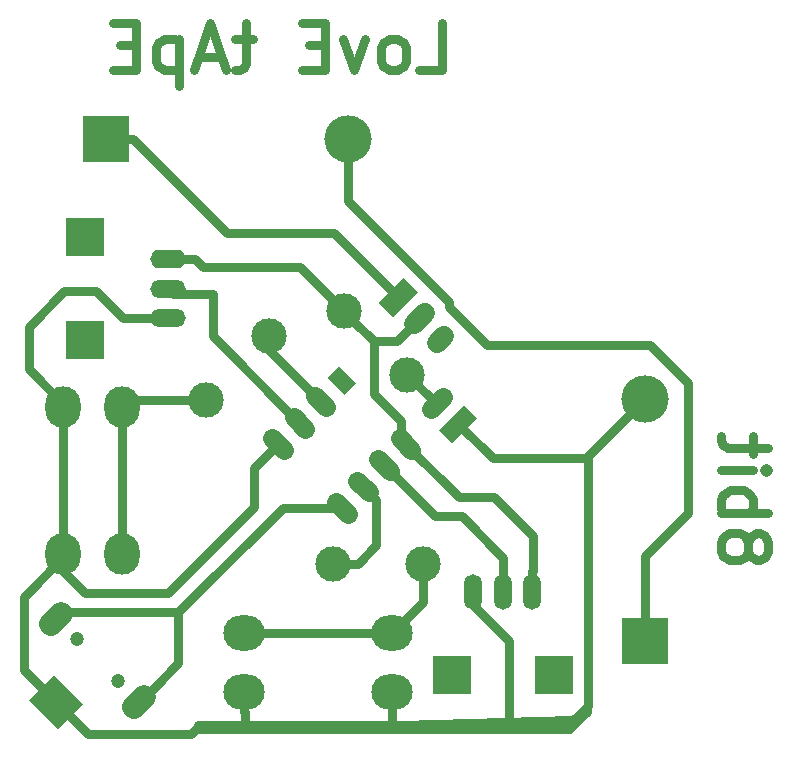
<source format=gbr>
G04 #@! TF.FileFunction,Copper,L2,Bot,Signal*
%FSLAX46Y46*%
G04 Gerber Fmt 4.6, Leading zero omitted, Abs format (unit mm)*
G04 Created by KiCad (PCBNEW 4.0.7+dfsg1-1) date Wed Feb 21 11:45:41 2018*
%MOMM*%
%LPD*%
G01*
G04 APERTURE LIST*
%ADD10C,1.000000*%
%ADD11C,0.800000*%
%ADD12C,3.000000*%
%ADD13C,1.600000*%
%ADD14C,2.000000*%
%ADD15C,1.200000*%
%ADD16C,4.000000*%
%ADD17R,4.000000X4.000000*%
%ADD18C,1.700000*%
%ADD19O,3.000000X3.500000*%
%ADD20O,3.500000X3.000000*%
%ADD21O,3.000000X1.524000*%
%ADD22O,3.000000X1.600000*%
%ADD23R,3.300000X3.300000*%
%ADD24O,1.524000X3.000000*%
%ADD25C,0.254000*%
G04 APERTURE END LIST*
D10*
D11*
X34404762Y56800476D02*
X36309524Y56800476D01*
X36309524Y60800476D01*
X32500000Y56800476D02*
X32880953Y56990952D01*
X33071429Y57181429D01*
X33261905Y57562381D01*
X33261905Y58705238D01*
X33071429Y59086190D01*
X32880953Y59276667D01*
X32500000Y59467143D01*
X31928572Y59467143D01*
X31547620Y59276667D01*
X31357143Y59086190D01*
X31166667Y58705238D01*
X31166667Y57562381D01*
X31357143Y57181429D01*
X31547620Y56990952D01*
X31928572Y56800476D01*
X32500000Y56800476D01*
X29833333Y59467143D02*
X28880952Y56800476D01*
X27928572Y59467143D01*
X26404762Y58895714D02*
X25071429Y58895714D01*
X24500000Y56800476D02*
X26404762Y56800476D01*
X26404762Y60800476D01*
X24500000Y60800476D01*
X20309524Y59467143D02*
X18785714Y59467143D01*
X19738095Y60800476D02*
X19738095Y57371905D01*
X19547619Y56990952D01*
X19166666Y56800476D01*
X18785714Y56800476D01*
X17642857Y57943333D02*
X15738095Y57943333D01*
X18023810Y56800476D02*
X16690476Y60800476D01*
X15357143Y56800476D01*
X14023810Y59467143D02*
X14023810Y55467143D01*
X14023810Y59276667D02*
X13642858Y59467143D01*
X12880953Y59467143D01*
X12500001Y59276667D01*
X12309524Y59086190D01*
X12119048Y58705238D01*
X12119048Y57562381D01*
X12309524Y57181429D01*
X12500001Y56990952D01*
X12880953Y56800476D01*
X13642858Y56800476D01*
X14023810Y56990952D01*
X10404762Y58895714D02*
X9071429Y58895714D01*
X8500000Y56800476D02*
X10404762Y56800476D01*
X10404762Y60800476D01*
X8500000Y60800476D01*
X62236190Y16084286D02*
X62426667Y15703333D01*
X62617143Y15512857D01*
X62998095Y15322381D01*
X63188571Y15322381D01*
X63569524Y15512857D01*
X63760000Y15703333D01*
X63950476Y16084286D01*
X63950476Y16846190D01*
X63760000Y17227143D01*
X63569524Y17417619D01*
X63188571Y17608095D01*
X62998095Y17608095D01*
X62617143Y17417619D01*
X62426667Y17227143D01*
X62236190Y16846190D01*
X62236190Y16084286D01*
X62045714Y15703333D01*
X61855238Y15512857D01*
X61474286Y15322381D01*
X60712381Y15322381D01*
X60331429Y15512857D01*
X60140952Y15703333D01*
X59950476Y16084286D01*
X59950476Y16846190D01*
X60140952Y17227143D01*
X60331429Y17417619D01*
X60712381Y17608095D01*
X61474286Y17608095D01*
X61855238Y17417619D01*
X62045714Y17227143D01*
X62236190Y16846190D01*
X59950476Y19322381D02*
X63950476Y19322381D01*
X62426667Y19322381D02*
X62617143Y19703333D01*
X62617143Y20465238D01*
X62426667Y20846190D01*
X62236190Y21036667D01*
X61855238Y21227143D01*
X60712381Y21227143D01*
X60331429Y21036667D01*
X60140952Y20846190D01*
X59950476Y20465238D01*
X59950476Y19703333D01*
X60140952Y19322381D01*
X59950476Y22941429D02*
X62617143Y22941429D01*
X63950476Y22941429D02*
X63760000Y22750953D01*
X63569524Y22941429D01*
X63760000Y23131905D01*
X63950476Y22941429D01*
X63569524Y22941429D01*
X62617143Y24274762D02*
X62617143Y25798572D01*
X63950476Y24846191D02*
X60521905Y24846191D01*
X60140952Y25036667D01*
X59950476Y25417620D01*
X59950476Y25798572D01*
D12*
X21708154Y34288154D03*
X16320000Y28900000D03*
D10*
G36*
X26642625Y30745990D02*
X27632575Y31735940D01*
X29046789Y30321726D01*
X28056839Y29331776D01*
X26642625Y30745990D01*
X26642625Y30745990D01*
G37*
D13*
X27349732Y20252526D02*
X28339682Y19262576D01*
X25553681Y29232782D02*
X26543631Y28242832D01*
X29145783Y22048577D02*
X30135733Y21058627D01*
X23757630Y27436731D02*
X24747580Y26446781D01*
X30941834Y23844628D02*
X31931784Y22854678D01*
X21961578Y25640679D02*
X22951528Y24650729D01*
X32737886Y25640679D02*
X33727836Y24650729D01*
D10*
G36*
X5920154Y3122157D02*
X3798834Y1000837D01*
X1323960Y3475711D01*
X3445280Y5597031D01*
X5920154Y3122157D01*
X5920154Y3122157D01*
G37*
D14*
X3202035Y9949980D02*
X4050563Y10798508D01*
X10273103Y2878912D02*
X11121631Y3727440D01*
D15*
X5394066Y8606477D03*
X8929600Y5070943D03*
D12*
X27100000Y15030000D03*
X34720000Y15030000D03*
X33402566Y31014691D03*
X28014412Y36402845D03*
D10*
G36*
X39328121Y27337736D02*
X37206800Y25216415D01*
X36075429Y26347786D01*
X38196750Y28469107D01*
X39328121Y27337736D01*
X39328121Y27337736D01*
G37*
D13*
X35410749Y28143837D02*
X36400699Y29133787D01*
D16*
X28370000Y50940000D03*
D17*
X7880000Y50940000D03*
D16*
X53510000Y28990000D03*
D17*
X53510000Y8500000D03*
D10*
G36*
X32148279Y35910401D02*
X30946197Y37112483D01*
X33067517Y39233803D01*
X34269599Y38031721D01*
X32148279Y35910401D01*
X32148279Y35910401D01*
G37*
D18*
X33944330Y35316432D02*
X34863568Y36235670D01*
X35917157Y33697157D02*
X36482843Y34262843D01*
D19*
X4240000Y28320000D03*
X9240000Y28320000D03*
X4240000Y15820000D03*
X9240000Y15820000D03*
D20*
X19600000Y4130000D03*
X19600000Y9130000D03*
X32100000Y4130000D03*
X32100000Y9130000D03*
D21*
X13120000Y35800000D03*
X13120000Y38300000D03*
D22*
X13120000Y40800000D03*
D23*
X6120000Y33950000D03*
X6120000Y42650000D03*
D24*
X43980000Y12590000D03*
X41480000Y12590000D03*
X38980000Y12590000D03*
D23*
X45830000Y5590000D03*
X37130000Y5590000D03*
D11*
X28370000Y50940000D02*
X28370000Y45700000D01*
X28370000Y45700000D02*
X36890000Y37180000D01*
X40124838Y33520000D02*
X53930000Y33520000D01*
X36890000Y37180000D02*
X36890000Y36754838D01*
X57170000Y30280000D02*
X57170000Y19300000D01*
X57170000Y19300000D02*
X53510000Y15640000D01*
X36890000Y36754838D02*
X40124838Y33520000D01*
X53930000Y33520000D02*
X57170000Y30280000D01*
X53510000Y15640000D02*
X53510000Y8500000D01*
X30538785Y33878472D02*
X30538785Y30668224D01*
X30538785Y30668224D02*
X30570000Y30637009D01*
X30570000Y30637009D02*
X30570000Y29360000D01*
X30570000Y29360000D02*
X32860000Y27070000D01*
X32860000Y27070000D02*
X32860000Y25518565D01*
X40730000Y20630000D02*
X37748565Y20630000D01*
X37748565Y20630000D02*
X33232861Y25145704D01*
X43990000Y17370000D02*
X40730000Y20630000D01*
X43990000Y14408565D02*
X43990000Y17370000D01*
X43980000Y12590000D02*
X43980000Y14398565D01*
X43980000Y14398565D02*
X43990000Y14408565D01*
X24301300Y40115956D02*
X28014412Y36402844D01*
X16129804Y40115956D02*
X24301300Y40115956D01*
X15429814Y40815946D02*
X16129804Y40115956D01*
X13129814Y40815946D02*
X15429814Y40815946D01*
X30538785Y33878472D02*
X32518472Y33878472D01*
X32518472Y33878472D02*
X34330000Y35690000D01*
X28814412Y35602845D02*
X28014412Y36402844D01*
X30538785Y33878472D02*
X28814412Y35602845D01*
X27441656Y35830088D02*
X28014412Y36402844D01*
X48443504Y23923504D02*
X48670000Y24150000D01*
X48670000Y24150000D02*
X53510000Y28990000D01*
X47022455Y1322453D02*
X48680001Y2979999D01*
X42040000Y1322453D02*
X47022455Y1322453D01*
X48680001Y2979999D02*
X48680001Y24139999D01*
X48680001Y24139999D02*
X48670000Y24150000D01*
X4240000Y15820000D02*
X4240000Y15570000D01*
X4240000Y15570000D02*
X899764Y12229764D01*
X899764Y12229764D02*
X899764Y10758995D01*
X4240000Y15820000D02*
X4240000Y28320000D01*
X13129814Y35815946D02*
X9276884Y35815946D01*
X1335273Y35080555D02*
X1335273Y31474727D01*
X9276884Y35815946D02*
X7014143Y38078688D01*
X7014143Y38078688D02*
X4333406Y38078688D01*
X4333406Y38078688D02*
X1335273Y35080555D01*
X1335273Y31474727D02*
X4240000Y28570000D01*
X4240000Y28570000D02*
X4240000Y28320000D01*
X4240000Y15820000D02*
X4240000Y14420000D01*
X4240000Y14420000D02*
X6129080Y12530920D01*
X13151028Y12530920D02*
X20434227Y19814119D01*
X6129080Y12530920D02*
X13151028Y12530920D01*
X20434227Y19814119D02*
X20434227Y23123379D01*
X22456553Y25145705D02*
X22414126Y25145705D01*
X20434227Y23123379D02*
X22456553Y25145705D01*
X42040000Y1322453D02*
X32080000Y1322453D01*
X38980000Y12590000D02*
X38980000Y11512370D01*
X38980000Y11512370D02*
X42040000Y8452370D01*
X42040000Y8452370D02*
X42040000Y1322453D01*
X32080000Y1322453D02*
X19630000Y1322453D01*
X32100000Y4130000D02*
X32100000Y2466400D01*
X32080000Y2446400D02*
X32080000Y1322453D01*
X32100000Y2466400D02*
X32080000Y2446400D01*
X19630000Y1322453D02*
X15702453Y1322453D01*
X19600000Y4130000D02*
X19600000Y2466400D01*
X19630000Y2436400D02*
X19630000Y1322453D01*
X19600000Y2466400D02*
X19630000Y2436400D01*
X15820000Y1350000D02*
X15079448Y609448D01*
X932571Y5988419D02*
X932571Y8896026D01*
X15079448Y609448D02*
X11114925Y609448D01*
X11114925Y609448D02*
X11082118Y576641D01*
X11082118Y576641D02*
X9251956Y576641D01*
X9251956Y576641D02*
X9219149Y609448D01*
X932571Y8896026D02*
X899764Y8928833D01*
X9219149Y609448D02*
X6311542Y609448D01*
X6311542Y609448D02*
X932571Y5988419D01*
X899764Y8928833D02*
X899764Y10758995D01*
X899764Y10758995D02*
X932571Y10791802D01*
X15702453Y1322453D02*
X15690000Y1310000D01*
X22456553Y25145704D02*
X22456553Y25303447D01*
X48443504Y23923504D02*
X40621032Y23923504D01*
X40621032Y23923504D02*
X37701775Y26842761D01*
X33402566Y31014691D02*
X35778445Y28638812D01*
X35778445Y28638812D02*
X35905724Y28638812D01*
X9240000Y28320000D02*
X9240000Y15820000D01*
X16320000Y28900000D02*
X9820000Y28900000D01*
X9820000Y28900000D02*
X9240000Y28320000D01*
X19600000Y9130000D02*
X32100000Y9130000D01*
X34720000Y15030000D02*
X34720000Y11750000D01*
X34720000Y11750000D02*
X32100000Y9130000D01*
X32607898Y37572102D02*
X28500000Y41680000D01*
X28500000Y41680000D02*
X28500000Y41690000D01*
X28500000Y41690000D02*
X27160000Y43030000D01*
X27160000Y43030000D02*
X18090000Y43030000D01*
X18090000Y43030000D02*
X10180000Y50940000D01*
X10180000Y50940000D02*
X7880000Y50940000D01*
X11905257Y4505257D02*
X14010000Y6610000D01*
X14010000Y6610000D02*
X14010000Y10930000D01*
X10697367Y3303176D02*
X11899448Y4505257D01*
X11899448Y4505257D02*
X11905257Y4505257D01*
X3626299Y10374244D02*
X4182055Y10930000D01*
X4182055Y10930000D02*
X14010000Y10930000D01*
X14010000Y10930000D02*
X22837551Y19757551D01*
X22837551Y19757551D02*
X27844707Y19757551D01*
X27100000Y15030000D02*
X29221320Y15030000D01*
X30772128Y16580808D02*
X30772128Y20422232D01*
X29221320Y15030000D02*
X30772128Y16580808D01*
X30772128Y20422232D02*
X29640758Y21553602D01*
X13129814Y38315946D02*
X13576545Y37869216D01*
X13576545Y37869216D02*
X15160784Y37869216D01*
X15160784Y37869216D02*
X15161568Y37870000D01*
X15161568Y37870000D02*
X16930000Y37870000D01*
X16930000Y37870000D02*
X16930000Y34270000D01*
X16930000Y34270000D02*
X24258244Y26941756D01*
X24258244Y26941756D02*
X24252604Y26941756D01*
X37980010Y19029990D02*
X41480000Y15530000D01*
X41480000Y15530000D02*
X41480000Y12590000D01*
X31436809Y23349653D02*
X35756472Y19029990D01*
X35756472Y19029990D02*
X37980010Y19029990D01*
X31797977Y23349653D02*
X31436809Y23349653D01*
X21708154Y34288154D02*
X21708154Y33078309D01*
X21708154Y33078309D02*
X26048656Y28737807D01*
X25248656Y29537806D02*
X26048655Y28737807D01*
X27844707Y30533858D02*
X27844707Y30655293D01*
X27844707Y30576285D02*
X27844707Y30533858D01*
D25*
G36*
X48856203Y2339786D02*
X47147281Y778548D01*
X15000511Y744206D01*
X15771288Y1123842D01*
X47263625Y2023052D01*
X47312729Y2034464D01*
X47341122Y2052285D01*
X48751405Y3223086D01*
X48856203Y2339786D01*
X48856203Y2339786D01*
G37*
X48856203Y2339786D02*
X47147281Y778548D01*
X15000511Y744206D01*
X15771288Y1123842D01*
X47263625Y2023052D01*
X47312729Y2034464D01*
X47341122Y2052285D01*
X48751405Y3223086D01*
X48856203Y2339786D01*
M02*

</source>
